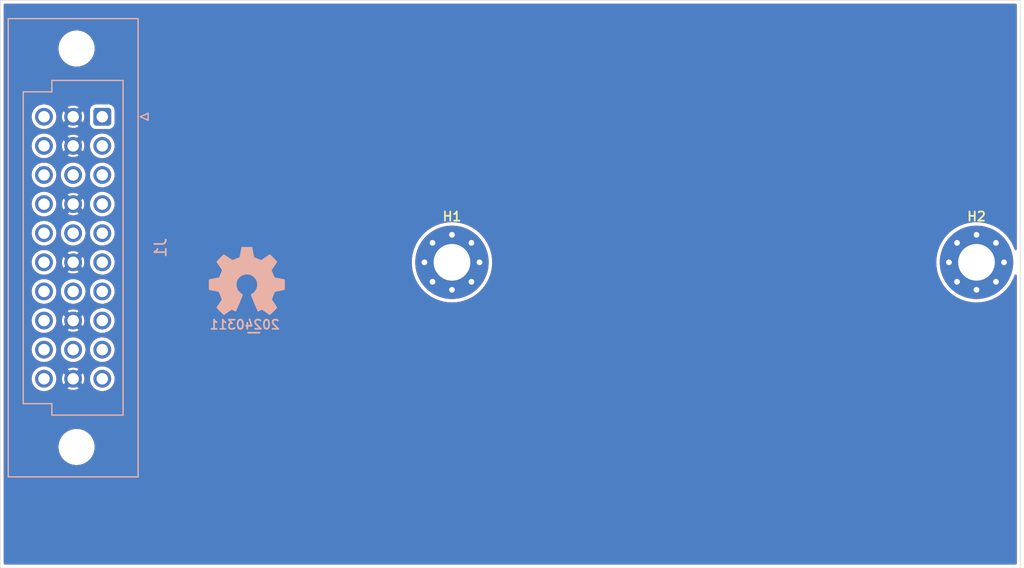
<source format=kicad_pcb>
(kicad_pcb (version 20221018) (generator pcbnew)
  (layers (0 "F.Cu" mixed) (31 "B.Cu" mixed) (34 "B.Paste" user) (35 "F.Paste" user) (36 "B.SilkS" user "B.Silkscreen") (37 "F.SilkS" user "F.Silkscreen") (38 "B.Mask" user) (39 "F.Mask" user) (44 "Edge.Cuts" user))
  (net 0 "")
  (net 1 "GND")
  (net 2 "/+aV")
  (net 3 "/+5V")
  (net 16 "/-aV")
  (net 17 "/xV")
  (footprint "SquantorPcbOutline:MountingHole_3.2mm_M3_Pad_Via" (layer "F.Cu") (at 224.79 86.36)
    (fp_text reference "H2" (at 0 -4) (layer "F.SilkS") (effects (font (size 0.8 0.8))))
    (fp_text value "MountingHole")
    (pad "1" thru_hole circle (at -2.4 0) (size 0.9 0.9) (drill 0.5) (layers "*.Cu" "*.Mask"))
    (pad "1" thru_hole circle (at -1.697056 -1.697056) (size 0.9 0.9) (drill 0.5) (layers "*.Cu" "*.Mask"))
    (pad "1" thru_hole circle (at -1.697056 1.697056) (size 0.9 0.9) (drill 0.5) (layers "*.Cu" "*.Mask"))
    (pad "1" thru_hole circle (at 0 -2.4) (size 0.9 0.9) (drill 0.5) (layers "*.Cu" "*.Mask"))
    (pad "1" thru_hole circle (at 0 0) (size 6.4 6.4) (drill 3.2) (layers "*.Cu" "*.Mask"))
    (pad "1" thru_hole circle (at 0 2.4) (size 0.9 0.9) (drill 0.5) (layers "*.Cu" "*.Mask"))
    (pad "1" thru_hole circle (at 1.697056 -1.697056) (size 0.9 0.9) (drill 0.5) (layers "*.Cu" "*.Mask"))
    (pad "1" thru_hole circle (at 1.697056 1.697056) (size 0.9 0.9) (drill 0.5) (layers "*.Cu" "*.Mask"))
    (pad "1" thru_hole circle (at 2.4 0) (size 0.9 0.9) (drill 0.5) (layers "*.Cu" "*.Mask"))
  )
  (footprint "SquantorPcbOutline:MountingHole_3.2mm_M3_Pad_Via" (layer "F.Cu") (at 179.07 86.36)
    (fp_text reference "H1" (at 0 -4) (layer "F.SilkS") (effects (font (size 0.8 0.8))))
    (fp_text value "MountingHole")
    (pad "1" thru_hole circle (at -2.4 0) (size 0.9 0.9) (drill 0.5) (layers "*.Cu" "*.Mask"))
    (pad "1" thru_hole circle (at -1.697056 -1.697056) (size 0.9 0.9) (drill 0.5) (layers "*.Cu" "*.Mask"))
    (pad "1" thru_hole circle (at -1.697056 1.697056) (size 0.9 0.9) (drill 0.5) (layers "*.Cu" "*.Mask"))
    (pad "1" thru_hole circle (at 0 -2.4) (size 0.9 0.9) (drill 0.5) (layers "*.Cu" "*.Mask"))
    (pad "1" thru_hole circle (at 0 0) (size 6.4 6.4) (drill 3.2) (layers "*.Cu" "*.Mask"))
    (pad "1" thru_hole circle (at 0 2.4) (size 0.9 0.9) (drill 0.5) (layers "*.Cu" "*.Mask"))
    (pad "1" thru_hole circle (at 1.697056 -1.697056) (size 0.9 0.9) (drill 0.5) (layers "*.Cu" "*.Mask"))
    (pad "1" thru_hole circle (at 1.697056 1.697056) (size 0.9 0.9) (drill 0.5) (layers "*.Cu" "*.Mask"))
    (pad "1" thru_hole circle (at 2.4 0) (size 0.9 0.9) (drill 0.5) (layers "*.Cu" "*.Mask"))
  )
  (footprint "SquantorLabels:Label_Generic" (layer "B.Cu") (at 161.8 91.9 180)
    (fp_text reference "N1" hide)
    (fp_text value "20240311" (at 0.8 0.1) (layer "B.SilkS") (effects (font (size 0.8 0.8)) (justify mirror)))
    (fp_line (start -0.5 -0.6) (end 0.5 -0.6) (stroke (width 0.15)) (layer "B.SilkS"))
  )
  (footprint "Symbol:OSHW-Symbol_6.7x6mm_SilkScreen" (layer "B.Cu") (at 161.2 88 180)
    (fp_text reference "N2" hide)
    (fp_text value "OHWLOGO" hide)
    (fp_poly (pts (xy 0.555814 2.531069) (xy 0.639635 2.086445) (xy 0.94892 1.958947) (xy 1.258206 1.831449) (xy 1.629246 2.083754) (xy 1.733157 2.154004) (xy 1.827087 2.216728) (xy 1.906652 2.269062) (xy 1.96747 2.308143) (xy 2.005157 2.331107) (xy 2.015421 2.336058) (xy 2.03391 2.323324) (xy 2.07342 2.288118) (xy 2.129522 2.234938) (xy 2.197787 2.168282) (xy 2.273786 2.092646) (xy 2.353092 2.012528) (xy 2.431275 1.932426) (xy 2.503907 1.856836) (xy 2.566559 1.790255) (xy 2.614803 1.737182) (xy 2.64421 1.702113) (xy 2.651241 1.690377) (xy 2.641123 1.66874) (xy 2.612759 1.621338) (xy 2.569129 1.552807) (xy 2.513218 1.467785) (xy 2.448006 1.370907) (xy 2.410219 1.31565) (xy 2.341343 1.214752) (xy 2.28014 1.123701) (xy 2.229578 1.04703) (xy 2.192628 0.989272) (xy 2.172258 0.954957) (xy 2.169197 0.947746) (xy 2.176136 0.927252) (xy 2.195051 0.879487) (xy 2.223087 0.811168) (xy 2.257391 0.729011) (xy 2.295109 0.63973) (xy 2.333387 0.550042) (xy 2.36937 0.466662) (xy 2.400206 0.396306) (xy 2.423039 0.34569) (xy 2.435017 0.321529) (xy 2.435724 0.320578) (xy 2.454531 0.315964) (xy 2.504618 0.305672) (xy 2.580793 0.290713) (xy 2.677865 0.272099) (xy 2.790643 0.250841) (xy 2.856442 0.238582) (xy 2.97695 0.215638) (xy 3.085797 0.193805) (xy 3.177476 0.174278) (xy 3.246481 0.158252) (xy 3.287304 0.146921) (xy 3.295511 0.143326) (xy 3.303548 0.118994) (xy 3.310033 0.064041) (xy 3.31497 -0.015108) (xy 3.318364 -0.112026) (xy 3.320218 -0.220287) (xy 3.320538 -0.333465) (xy 3.319327 -0.445135) (xy 3.31659 -0.548868) (xy 3.312331 -0.638241) (xy 3.306555 -0.706826) (xy 3.299267 -0.748197) (xy 3.294895 -0.75681) (xy 3.268764 -0.767133) (xy 3.213393 -0.781892) (xy 3.136107 -0.799352) (xy 3.04423 -0.81778) (xy 3.012158 -0.823741) (xy 2.857524 -0.852066) (xy 2.735375 -0.874876) (xy 2.641673 -0.89308) (xy 2.572384 -0.907583) (xy 2.523471 -0.919292) (xy 2.490897 -0.929115) (xy 2.470628 -0.937956) (xy 2.458626 -0.946724) (xy 2.456947 -0.948457) (xy 2.440184 -0.976371) (xy 2.414614 -1.030695) (xy 2.382788 -1.104777) (xy 2.34726 -1.191965) (xy 2.310583 -1.285608) (xy 2.275311 -1.379052) (xy 2.243996 -1.465647) (xy 2.219193 -1.53874) (xy 2.203454 -1.591678) (xy 2.199332 -1.617811) (xy 2.199676 -1.618726) (xy 2.213641 -1.640086) (xy 2.245322 -1.687084) (xy 2.291391 -1.754827) (xy 2.348518 -1.838423) (xy 2.413373 -1.932982) (xy 2.431843 -1.959854) (xy 2.497699 -2.057275) (xy 2.55565 -2.146163) (xy 2.602538 -2.221412) (xy 2.635207 -2.27792) (xy 2.6505 -2.310581) (xy 2.651241 -2.314593) (xy 2.638392 -2.335684) (xy 2.602888 -2.377464) (xy 2.549293 -2.435445) (xy 2.482171 -2.505135) (xy 2.406087 -2.582045) (xy 2.325604 -2.661683) (xy 2.245287 -2.739561) (xy 2.169699 -2.811186) (xy 2.103405 -2.87207) (xy 2.050969 -2.917721) (xy 2.016955 -2.94365) (xy 2.007545 -2.947883) (xy 1.985643 -2.937912) (xy 1.9408 -2.91102) (xy 1.880321 -2.871736) (xy 1.833789 -2.840117) (xy 1.749475 -2.782098) (xy 1.649626 -2.713784) (xy 1.549473 -2.645579) (xy 1.495627 -2.609075) (xy 1.313371 -2.4858) (xy 1.160381 -2.56852) (xy 1.090682 -2.604759) (xy 1.031414 -2.632926) (xy 0.991311 -2.648991) (xy 0.981103 -2.651226) (xy 0.968829 -2.634722) (xy 0.944613 -2.588082) (xy 0.910263 -2.515609) (xy 0.867588 -2.421606) (xy 0.818394 -2.310374) (xy 0.76449 -2.186215) (xy 0.707684 -2.053432) (xy 0.649782 -1.916327) (xy 0.592593 -1.779202) (xy 0.537924 -1.646358) (xy 0.487584 -1.522098) (xy 0.44338 -1.410725) (xy 0.407119 -1.316539) (xy 0.380609 -1.243844) (xy 0.365658 -1.196941) (xy 0.363254 -1.180833) (xy 0.382311 -1.160286) (xy 0.424036 -1.126933) (xy 0.479706 -1.087702) (xy 0.484378 -1.084599) (xy 0.628264 -0.969423) (xy 0.744283 -0.835053) (xy 0.83143 -0.685784) (xy 0.888699 -0.525913) (xy 0.915086 -0.359737) (xy 0.909585 -0.191552) (xy 0.87119 -0.025655) (xy 0.798895 0.133658) (xy 0.777626 0.168513) (xy 0.666996 0.309263) (xy 0.536302 0.422286) (xy 0.390064 0.506997) (xy 0.232808 0.562806) (xy 0.069057 0.589126) (xy -0.096667 0.58537) (xy -0.259838 0.55095) (xy -0.415935 0.485277) (xy -0.560433 0.387765) (xy -0.605131 0.348187) (xy -0.718888 0.224297) (xy -0.801782 0.093876) (xy -0.858644 -0.052315) (xy -0.890313 -0.197088) (xy -0.898131 -0.35986) (xy -0.872062 -0.52344) (xy -0.814755 -0.682298) (xy -0.728856 -0.830906) (xy -0.617014 -0.963735) (xy -0.481877 -1.075256) (xy -0.464117 -1.087011) (xy -0.40785 -1.125508) (xy -0.365077 -1.158863) (xy -0.344628 -1.18016) (xy -0.344331 -1.180833) (xy -0.348721 -1.203871) (xy -0.366124 -1.256157) (xy -0.394732 -1.33339) (xy -0.432735 -1.431268) (xy -0.478326 -1.545491) (xy -0.529697 -1.671758) (xy -0.585038 -1.805767) (xy -0.642542 -1.943218) (xy -0.700399 -2.079808) (xy -0.756802 -2.211237) (xy -0.809942 -2.333205) (xy -0.85801 -2.441409) (xy -0.899199 -2.531549) (xy -0.931699 -2.599323) (xy -0.953703 -2.64043) (xy -0.962564 -2.651226) (xy -0.98964 -2.642819) (xy -1.040303 -2.620272) (xy -1.105817 -2.587613) (xy -1.141841 -2.56852) (xy -1.294832 -2.4858) (xy -1.477088 -2.609075) (xy -1.570125 -2.672228) (xy -1.671985 -2.741727) (xy -1.767438 -2.807165) (xy -1.81525 -2.840117) (xy -1.882495 -2.885273) (xy -1.939436 -2.921057) (xy -1.978646 -2.942938) (xy -1.991381 -2.947563) (xy -2.009917 -2.935085) (xy -2.050941 -2.900252) (xy -2.110475 -2.846678) (xy -2.184542 -2.777983) (xy -2.269165 -2.697781) (xy -2.322685 -2.646286) (xy -2.416319 -2.554286) (xy -2.497241 -2.471999) (xy -2.562177 -2.402945) (xy -2.607858 -2.350644) (xy -2.631011 -2.318616) (xy -2.633232 -2.312116) (xy -2.622924 -2.287394) (xy -2.594439 -2.237405) (xy -2.550937 -2.167212) (xy -2.495577 -2.081875) (xy -2.43152 -1.986456) (xy -2.413303 -1.959854) (xy -2.346927 -1.863167) (xy -2.287378 -1.776117) (xy -2.237984 -1.703595) (xy -2.202075 -1.650493) (xy -2.182981 -1.621703) (xy -2.181136 -1.618726) (xy -2.183895 -1.595782) (xy -2.198538 -1.545336) (xy -2.222513 -1.474041) (xy -2.253266 -1.388547) (xy -2.288244 -1.295507) (xy -2.324893 -1.201574) (xy -2.360661 -1.113399) (xy -2.392994 -1.037634) (xy -2.419338 -0.980931) (xy -2.437142 -0.949943) (xy -2.438407 -0.948457) (xy -2.449294 -0.939601) (xy -2.467682 -0.930843) (xy -2.497606 -0.921277) (xy -2.543103 -0.909996) (xy -2.608209 -0.896093) (xy -2.696961 -0.878663) (xy -2.813393 -0.856798) (xy -2.961542 -0.829591) (xy -2.993618 -0.823741) (xy -3.088686 -0.805374) (xy -3.171565 -0.787405) (xy -3.23493 -0.771569) (xy -3.271458 -0.7596) (xy -3.276356 -0.75681) (xy -3.284427 -0.732072) (xy -3.290987 -0.67679) (xy -3.296033 -0.597389) (xy -3.299559 -0.500296) (xy -3.301561 -0.391938) (xy -3.302036 -0.27874) (xy -3.300977 -0.167128) (xy -3.298382 -0.063529) (xy -3.294246 0.025632) (xy -3.288563 0.093928) (xy -3.281331 0.134934) (xy -3.276971 0.143326) (xy -3.252698 0.151792) (xy -3.197426 0.165565) (xy -3.116662 0.18345) (xy -3.015912 0.204252) (xy -2.900683 0.226777) (xy -2.837902 0.238582) (xy -2.718787 0.260849) (xy -2.612565 0.281021) (xy -2.524427 0.298085) (xy -2.459566 0.311031) (xy -2.423174 0.318845) (xy -2.417184 0.320578) (xy -2.407061 0.34011) (xy -2.385662 0.387157) (xy -2.355839 0.454997) (xy -2.320445 0.536909) (xy -2.282332 0.626172) (xy -2.244353 0.716065) (xy -2.20936 0.799865) (xy -2.180206 0.870853) (xy -2.159743 0.922306) (xy -2.150823 0.947503) (xy -2.150657 0.948604) (xy -2.160769 0.968481) (xy -2.189117 1.014223) (xy -2.232723 1.081283) (xy -2.288606 1.165116) (xy -2.353787 1.261174) (xy -2.391679 1.31635) (xy -2.460725 1.417519) (xy -2.52205 1.50937) (xy -2.572663 1.587256) (xy -2.609571 1.646531) (xy -2.629782 1.682549) (xy -2.632701 1.690623) (xy -2.620153 1.709416) (xy -2.585463 1.749543) (xy -2.533063 1.806507) (xy -2.467384 1.875815) (xy -2.392856 1.952969) (xy -2.313913 2.033475) (xy -2.234983 2.112837) (xy -2.1605 2.18656) (xy -2.094894 2.250148) (xy -2.042596 2.299106) (xy -2.008039 2.328939) (xy -1.996478 2.336058) (xy -1.977654 2.326047) (xy -1.932631 2.297922) (xy -1.865787 2.254546) (xy -1.781499 2.198782) (xy -1.684144 2.133494) (xy -1.610707 2.083754) (xy -1.239667 1.831449) (xy -0.621095 2.086445) (xy -0.537275 2.531069) (xy -0.453454 2.975693) (xy 0.471994 2.975693) (xy 0.555814 2.531069)) (stroke (width 0.01)) (fill solid) (layer "B.SilkS"))
  )
  (footprint "SquantorConnectors:DIN41612_R3_3x10_Male_Vertical_THT" (layer "B.Cu") (at 146.05 85.09 -90)
    (fp_text reference "J1" (at 0 -7.62 90) (layer "B.SilkS") (effects (justify mirror)))
    (fp_text value "~")
    (fp_line (start -19.99 -5.66) (end -19.99 5.66) (stroke (width 0.12)) (layer "B.SilkS"))
    (fp_line (start -19.99 5.66) (end 19.99 5.66) (stroke (width 0.12)) (layer "B.SilkS"))
    (fp_line (start -14.6 -4.35) (end -14.6 1.85) (stroke (width 0.12)) (layer "B.SilkS"))
    (fp_line (start -14.6 1.85) (end -13.6 1.85) (stroke (width 0.12)) (layer "B.SilkS"))
    (fp_line (start -13.6 1.85) (end -13.6 4.35) (stroke (width 0.12)) (layer "B.SilkS"))
    (fp_line (start -13.6 4.35) (end 13.6 4.35) (stroke (width 0.12)) (layer "B.SilkS"))
    (fp_line (start -11.73 -6.53) (end -11.13 -6.53) (stroke (width 0.12)) (layer "B.SilkS"))
    (fp_line (start -11.43 -5.85) (end -11.73 -6.53) (stroke (width 0.12)) (layer "B.SilkS"))
    (fp_line (start -11.13 -6.53) (end -11.43 -5.85) (stroke (width 0.12)) (layer "B.SilkS"))
    (fp_line (start 13.6 1.85) (end 14.6 1.85) (stroke (width 0.12)) (layer "B.SilkS"))
    (fp_line (start 13.6 4.35) (end 13.6 1.85) (stroke (width 0.12)) (layer "B.SilkS"))
    (fp_line (start 14.6 -4.35) (end -14.6 -4.35) (stroke (width 0.12)) (layer "B.SilkS"))
    (fp_line (start 14.6 1.85) (end 14.6 -4.35) (stroke (width 0.12)) (layer "B.SilkS"))
    (fp_line (start 19.99 -5.66) (end -19.99 -5.66) (stroke (width 0.12)) (layer "B.SilkS"))
    (fp_line (start 19.99 5.66) (end 19.99 -5.66) (stroke (width 0.12)) (layer "B.SilkS"))
    (pad "" np_thru_hole circle (at -17.38 -0.3 180) (size 2.85 2.85) (drill 2.85) (layers "*.Cu" "*.Mask"))
    (pad "" np_thru_hole circle (at 17.38 -0.3 180) (size 2.85 2.85) (drill 2.85) (layers "*.Cu" "*.Mask"))
    (pad "A1" thru_hole roundrect (at -11.43 -2.54 180) (size 1.55 1.55) (drill 1) (layers "*.Cu" "*.Mask") (roundrect_rratio 0.16129) (net 2 "/+aV"))
    (pad "A2" thru_hole circle (at -8.89 -2.54 180) (size 1.55 1.55) (drill 1) (layers "*.Cu" "*.Mask") (net 3 "/+5V"))
    (pad "A3" thru_hole circle (at -6.35 -2.54 180) (size 1.55 1.55) (drill 1) (layers "*.Cu" "*.Mask"))
    (pad "A4" thru_hole circle (at -3.81 -2.54 180) (size 1.55 1.55) (drill 1) (layers "*.Cu" "*.Mask"))
    (pad "A5" thru_hole circle (at -1.27 -2.54 180) (size 1.55 1.55) (drill 1) (layers "*.Cu" "*.Mask"))
    (pad "A6" thru_hole circle (at 1.27 -2.54 180) (size 1.55 1.55) (drill 1) (layers "*.Cu" "*.Mask"))
    (pad "A7" thru_hole circle (at 3.81 -2.54 180) (size 1.55 1.55) (drill 1) (layers "*.Cu" "*.Mask"))
    (pad "A8" thru_hole circle (at 6.35 -2.54 180) (size 1.55 1.55) (drill 1) (layers "*.Cu" "*.Mask"))
    (pad "A9" thru_hole circle (at 8.89 -2.54 180) (size 1.55 1.55) (drill 1) (layers "*.Cu" "*.Mask"))
    (pad "A10" thru_hole circle (at 11.43 -2.54 180) (size 1.55 1.55) (drill 1) (layers "*.Cu" "*.Mask"))
    (pad "B1" thru_hole circle (at -11.43 0 180) (size 1.55 1.55) (drill 1) (layers "*.Cu" "*.Mask") (net 1 "GND"))
    (pad "B2" thru_hole circle (at -8.89 0 180) (size 1.55 1.55) (drill 1) (layers "*.Cu" "*.Mask") (net 1 "GND"))
    (pad "B3" thru_hole circle (at -6.35 0 180) (size 1.55 1.55) (drill 1) (layers "*.Cu" "*.Mask"))
    (pad "B4" thru_hole circle (at -3.81 0 180) (size 1.55 1.55) (drill 1) (layers "*.Cu" "*.Mask") (net 1 "GND"))
    (pad "B5" thru_hole circle (at -1.27 0 180) (size 1.55 1.55) (drill 1) (layers "*.Cu" "*.Mask"))
    (pad "B6" thru_hole circle (at 1.27 0 180) (size 1.55 1.55) (drill 1) (layers "*.Cu" "*.Mask") (net 1 "GND"))
    (pad "B7" thru_hole circle (at 3.81 0 180) (size 1.55 1.55) (drill 1) (layers "*.Cu" "*.Mask"))
    (pad "B8" thru_hole circle (at 6.35 0 180) (size 1.55 1.55) (drill 1) (layers "*.Cu" "*.Mask") (net 1 "GND"))
    (pad "B9" thru_hole circle (at 8.89 0 180) (size 1.55 1.55) (drill 1) (layers "*.Cu" "*.Mask"))
    (pad "B10" thru_hole circle (at 11.43 0 180) (size 1.55 1.55) (drill 1) (layers "*.Cu" "*.Mask") (net 1 "GND"))
    (pad "C1" thru_hole circle (at -11.43 2.54 180) (size 1.55 1.55) (drill 1) (layers "*.Cu" "*.Mask") (net 16 "/-aV"))
    (pad "C2" thru_hole circle (at -8.89 2.54 180) (size 1.55 1.55) (drill 1) (layers "*.Cu" "*.Mask") (net 17 "/xV"))
    (pad "C3" thru_hole circle (at -6.35 2.54 180) (size 1.55 1.55) (drill 1) (layers "*.Cu" "*.Mask"))
    (pad "C4" thru_hole circle (at -3.81 2.54 180) (size 1.55 1.55) (drill 1) (layers "*.Cu" "*.Mask"))
    (pad "C5" thru_hole circle (at -1.27 2.54 180) (size 1.55 1.55) (drill 1) (layers "*.Cu" "*.Mask"))
    (pad "C6" thru_hole circle (at 1.27 2.54 180) (size 1.55 1.55) (drill 1) (layers "*.Cu" "*.Mask"))
    (pad "C7" thru_hole circle (at 3.81 2.54 180) (size 1.55 1.55) (drill 1) (layers "*.Cu" "*.Mask"))
    (pad "C8" thru_hole circle (at 6.35 2.54 180) (size 1.55 1.55) (drill 1) (layers "*.Cu" "*.Mask"))
    (pad "C9" thru_hole circle (at 8.89 2.54 180) (size 1.55 1.55) (drill 1) (layers "*.Cu" "*.Mask"))
    (pad "C10" thru_hole circle (at 11.43 2.54 180) (size 1.55 1.55) (drill 1) (layers "*.Cu" "*.Mask"))
  )
  (gr_rect (start 139.7 63.5) (end 228.6 113.03) (stroke (width 0.05)) (fill none) (layer "Edge.Cuts"))
  (zone (net 1) (net_name "GND") (layers "F&B.Cu") (connect_pads (clearance 0.3)) (min_thickness 0.2) (fill yes (thermal_gap 0.2) (thermal_bridge_width 0.5))
    (polygon (pts (xy 139.7 63.5) (xy 228.6 63.5) (xy 228.6 113.03) (xy 139.7 113.03)))
  )
)
</source>
